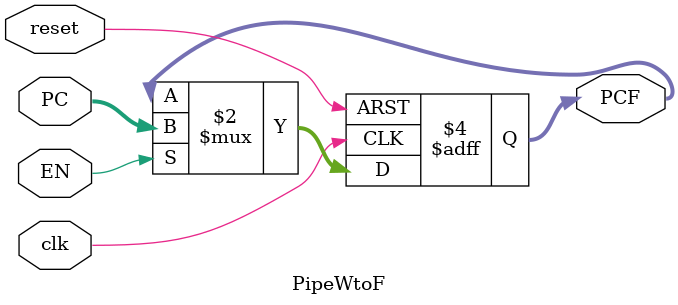
<source format=sv>
`timescale 1ns / 1ps
module PipeWtoF(input logic[31:0] PC,
                input logic EN, clk, reset,		// ~StallF will be connected as this EN
                output logic[31:0] PCF);

                always_ff @(posedge clk, posedge reset)
                    if(reset)
                        PCF <= 0;
                    else if(EN)
                        PCF <= PC;
endmodule
</source>
